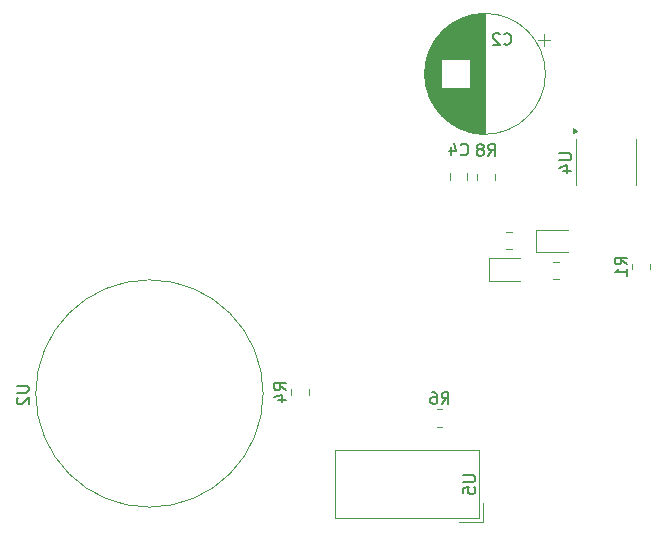
<source format=gbr>
%TF.GenerationSoftware,KiCad,Pcbnew,9.0.2*%
%TF.CreationDate,2025-07-16T17:06:44+05:30*%
%TF.ProjectId,CanSat,43616e53-6174-42e6-9b69-6361645f7063,rev?*%
%TF.SameCoordinates,Original*%
%TF.FileFunction,Legend,Bot*%
%TF.FilePolarity,Positive*%
%FSLAX46Y46*%
G04 Gerber Fmt 4.6, Leading zero omitted, Abs format (unit mm)*
G04 Created by KiCad (PCBNEW 9.0.2) date 2025-07-16 17:06:44*
%MOMM*%
%LPD*%
G01*
G04 APERTURE LIST*
%ADD10C,0.150000*%
%ADD11C,0.120000*%
G04 APERTURE END LIST*
D10*
X125759819Y-97963095D02*
X126569342Y-97963095D01*
X126569342Y-97963095D02*
X126664580Y-98010714D01*
X126664580Y-98010714D02*
X126712200Y-98058333D01*
X126712200Y-98058333D02*
X126759819Y-98153571D01*
X126759819Y-98153571D02*
X126759819Y-98344047D01*
X126759819Y-98344047D02*
X126712200Y-98439285D01*
X126712200Y-98439285D02*
X126664580Y-98486904D01*
X126664580Y-98486904D02*
X126569342Y-98534523D01*
X126569342Y-98534523D02*
X125759819Y-98534523D01*
X125855057Y-98963095D02*
X125807438Y-99010714D01*
X125807438Y-99010714D02*
X125759819Y-99105952D01*
X125759819Y-99105952D02*
X125759819Y-99344047D01*
X125759819Y-99344047D02*
X125807438Y-99439285D01*
X125807438Y-99439285D02*
X125855057Y-99486904D01*
X125855057Y-99486904D02*
X125950295Y-99534523D01*
X125950295Y-99534523D02*
X126045533Y-99534523D01*
X126045533Y-99534523D02*
X126188390Y-99486904D01*
X126188390Y-99486904D02*
X126759819Y-98915476D01*
X126759819Y-98915476D02*
X126759819Y-99534523D01*
X163567319Y-105535595D02*
X164376842Y-105535595D01*
X164376842Y-105535595D02*
X164472080Y-105583214D01*
X164472080Y-105583214D02*
X164519700Y-105630833D01*
X164519700Y-105630833D02*
X164567319Y-105726071D01*
X164567319Y-105726071D02*
X164567319Y-105916547D01*
X164567319Y-105916547D02*
X164519700Y-106011785D01*
X164519700Y-106011785D02*
X164472080Y-106059404D01*
X164472080Y-106059404D02*
X164376842Y-106107023D01*
X164376842Y-106107023D02*
X163567319Y-106107023D01*
X163567319Y-107059404D02*
X163567319Y-106583214D01*
X163567319Y-106583214D02*
X164043509Y-106535595D01*
X164043509Y-106535595D02*
X163995890Y-106583214D01*
X163995890Y-106583214D02*
X163948271Y-106678452D01*
X163948271Y-106678452D02*
X163948271Y-106916547D01*
X163948271Y-106916547D02*
X163995890Y-107011785D01*
X163995890Y-107011785D02*
X164043509Y-107059404D01*
X164043509Y-107059404D02*
X164138747Y-107107023D01*
X164138747Y-107107023D02*
X164376842Y-107107023D01*
X164376842Y-107107023D02*
X164472080Y-107059404D01*
X164472080Y-107059404D02*
X164519700Y-107011785D01*
X164519700Y-107011785D02*
X164567319Y-106916547D01*
X164567319Y-106916547D02*
X164567319Y-106678452D01*
X164567319Y-106678452D02*
X164519700Y-106583214D01*
X164519700Y-106583214D02*
X164472080Y-106535595D01*
X165666666Y-78492319D02*
X165999999Y-78016128D01*
X166238094Y-78492319D02*
X166238094Y-77492319D01*
X166238094Y-77492319D02*
X165857142Y-77492319D01*
X165857142Y-77492319D02*
X165761904Y-77539938D01*
X165761904Y-77539938D02*
X165714285Y-77587557D01*
X165714285Y-77587557D02*
X165666666Y-77682795D01*
X165666666Y-77682795D02*
X165666666Y-77825652D01*
X165666666Y-77825652D02*
X165714285Y-77920890D01*
X165714285Y-77920890D02*
X165761904Y-77968509D01*
X165761904Y-77968509D02*
X165857142Y-78016128D01*
X165857142Y-78016128D02*
X166238094Y-78016128D01*
X165095237Y-77920890D02*
X165190475Y-77873271D01*
X165190475Y-77873271D02*
X165238094Y-77825652D01*
X165238094Y-77825652D02*
X165285713Y-77730414D01*
X165285713Y-77730414D02*
X165285713Y-77682795D01*
X165285713Y-77682795D02*
X165238094Y-77587557D01*
X165238094Y-77587557D02*
X165190475Y-77539938D01*
X165190475Y-77539938D02*
X165095237Y-77492319D01*
X165095237Y-77492319D02*
X164904761Y-77492319D01*
X164904761Y-77492319D02*
X164809523Y-77539938D01*
X164809523Y-77539938D02*
X164761904Y-77587557D01*
X164761904Y-77587557D02*
X164714285Y-77682795D01*
X164714285Y-77682795D02*
X164714285Y-77730414D01*
X164714285Y-77730414D02*
X164761904Y-77825652D01*
X164761904Y-77825652D02*
X164809523Y-77873271D01*
X164809523Y-77873271D02*
X164904761Y-77920890D01*
X164904761Y-77920890D02*
X165095237Y-77920890D01*
X165095237Y-77920890D02*
X165190475Y-77968509D01*
X165190475Y-77968509D02*
X165238094Y-78016128D01*
X165238094Y-78016128D02*
X165285713Y-78111366D01*
X165285713Y-78111366D02*
X165285713Y-78301842D01*
X165285713Y-78301842D02*
X165238094Y-78397080D01*
X165238094Y-78397080D02*
X165190475Y-78444700D01*
X165190475Y-78444700D02*
X165095237Y-78492319D01*
X165095237Y-78492319D02*
X164904761Y-78492319D01*
X164904761Y-78492319D02*
X164809523Y-78444700D01*
X164809523Y-78444700D02*
X164761904Y-78397080D01*
X164761904Y-78397080D02*
X164714285Y-78301842D01*
X164714285Y-78301842D02*
X164714285Y-78111366D01*
X164714285Y-78111366D02*
X164761904Y-78016128D01*
X164761904Y-78016128D02*
X164809523Y-77968509D01*
X164809523Y-77968509D02*
X164904761Y-77920890D01*
X167016666Y-69009580D02*
X167064285Y-69057200D01*
X167064285Y-69057200D02*
X167207142Y-69104819D01*
X167207142Y-69104819D02*
X167302380Y-69104819D01*
X167302380Y-69104819D02*
X167445237Y-69057200D01*
X167445237Y-69057200D02*
X167540475Y-68961961D01*
X167540475Y-68961961D02*
X167588094Y-68866723D01*
X167588094Y-68866723D02*
X167635713Y-68676247D01*
X167635713Y-68676247D02*
X167635713Y-68533390D01*
X167635713Y-68533390D02*
X167588094Y-68342914D01*
X167588094Y-68342914D02*
X167540475Y-68247676D01*
X167540475Y-68247676D02*
X167445237Y-68152438D01*
X167445237Y-68152438D02*
X167302380Y-68104819D01*
X167302380Y-68104819D02*
X167207142Y-68104819D01*
X167207142Y-68104819D02*
X167064285Y-68152438D01*
X167064285Y-68152438D02*
X167016666Y-68200057D01*
X166635713Y-68200057D02*
X166588094Y-68152438D01*
X166588094Y-68152438D02*
X166492856Y-68104819D01*
X166492856Y-68104819D02*
X166254761Y-68104819D01*
X166254761Y-68104819D02*
X166159523Y-68152438D01*
X166159523Y-68152438D02*
X166111904Y-68200057D01*
X166111904Y-68200057D02*
X166064285Y-68295295D01*
X166064285Y-68295295D02*
X166064285Y-68390533D01*
X166064285Y-68390533D02*
X166111904Y-68533390D01*
X166111904Y-68533390D02*
X166683332Y-69104819D01*
X166683332Y-69104819D02*
X166064285Y-69104819D01*
X171704819Y-78288095D02*
X172514342Y-78288095D01*
X172514342Y-78288095D02*
X172609580Y-78335714D01*
X172609580Y-78335714D02*
X172657200Y-78383333D01*
X172657200Y-78383333D02*
X172704819Y-78478571D01*
X172704819Y-78478571D02*
X172704819Y-78669047D01*
X172704819Y-78669047D02*
X172657200Y-78764285D01*
X172657200Y-78764285D02*
X172609580Y-78811904D01*
X172609580Y-78811904D02*
X172514342Y-78859523D01*
X172514342Y-78859523D02*
X171704819Y-78859523D01*
X172038152Y-79764285D02*
X172704819Y-79764285D01*
X171657200Y-79526190D02*
X172371485Y-79288095D01*
X172371485Y-79288095D02*
X172371485Y-79907142D01*
X161739166Y-99502319D02*
X162072499Y-99026128D01*
X162310594Y-99502319D02*
X162310594Y-98502319D01*
X162310594Y-98502319D02*
X161929642Y-98502319D01*
X161929642Y-98502319D02*
X161834404Y-98549938D01*
X161834404Y-98549938D02*
X161786785Y-98597557D01*
X161786785Y-98597557D02*
X161739166Y-98692795D01*
X161739166Y-98692795D02*
X161739166Y-98835652D01*
X161739166Y-98835652D02*
X161786785Y-98930890D01*
X161786785Y-98930890D02*
X161834404Y-98978509D01*
X161834404Y-98978509D02*
X161929642Y-99026128D01*
X161929642Y-99026128D02*
X162310594Y-99026128D01*
X160882023Y-98502319D02*
X161072499Y-98502319D01*
X161072499Y-98502319D02*
X161167737Y-98549938D01*
X161167737Y-98549938D02*
X161215356Y-98597557D01*
X161215356Y-98597557D02*
X161310594Y-98740414D01*
X161310594Y-98740414D02*
X161358213Y-98930890D01*
X161358213Y-98930890D02*
X161358213Y-99311842D01*
X161358213Y-99311842D02*
X161310594Y-99407080D01*
X161310594Y-99407080D02*
X161262975Y-99454700D01*
X161262975Y-99454700D02*
X161167737Y-99502319D01*
X161167737Y-99502319D02*
X160977261Y-99502319D01*
X160977261Y-99502319D02*
X160882023Y-99454700D01*
X160882023Y-99454700D02*
X160834404Y-99407080D01*
X160834404Y-99407080D02*
X160786785Y-99311842D01*
X160786785Y-99311842D02*
X160786785Y-99073747D01*
X160786785Y-99073747D02*
X160834404Y-98978509D01*
X160834404Y-98978509D02*
X160882023Y-98930890D01*
X160882023Y-98930890D02*
X160977261Y-98883271D01*
X160977261Y-98883271D02*
X161167737Y-98883271D01*
X161167737Y-98883271D02*
X161262975Y-98930890D01*
X161262975Y-98930890D02*
X161310594Y-98978509D01*
X161310594Y-98978509D02*
X161358213Y-99073747D01*
X148554819Y-98333333D02*
X148078628Y-98000000D01*
X148554819Y-97761905D02*
X147554819Y-97761905D01*
X147554819Y-97761905D02*
X147554819Y-98142857D01*
X147554819Y-98142857D02*
X147602438Y-98238095D01*
X147602438Y-98238095D02*
X147650057Y-98285714D01*
X147650057Y-98285714D02*
X147745295Y-98333333D01*
X147745295Y-98333333D02*
X147888152Y-98333333D01*
X147888152Y-98333333D02*
X147983390Y-98285714D01*
X147983390Y-98285714D02*
X148031009Y-98238095D01*
X148031009Y-98238095D02*
X148078628Y-98142857D01*
X148078628Y-98142857D02*
X148078628Y-97761905D01*
X147888152Y-99190476D02*
X148554819Y-99190476D01*
X147507200Y-98952381D02*
X148221485Y-98714286D01*
X148221485Y-98714286D02*
X148221485Y-99333333D01*
X177404819Y-87683333D02*
X176928628Y-87350000D01*
X177404819Y-87111905D02*
X176404819Y-87111905D01*
X176404819Y-87111905D02*
X176404819Y-87492857D01*
X176404819Y-87492857D02*
X176452438Y-87588095D01*
X176452438Y-87588095D02*
X176500057Y-87635714D01*
X176500057Y-87635714D02*
X176595295Y-87683333D01*
X176595295Y-87683333D02*
X176738152Y-87683333D01*
X176738152Y-87683333D02*
X176833390Y-87635714D01*
X176833390Y-87635714D02*
X176881009Y-87588095D01*
X176881009Y-87588095D02*
X176928628Y-87492857D01*
X176928628Y-87492857D02*
X176928628Y-87111905D01*
X177404819Y-88635714D02*
X177404819Y-88064286D01*
X177404819Y-88350000D02*
X176404819Y-88350000D01*
X176404819Y-88350000D02*
X176547676Y-88254762D01*
X176547676Y-88254762D02*
X176642914Y-88159524D01*
X176642914Y-88159524D02*
X176690533Y-88064286D01*
X163366666Y-78359580D02*
X163414285Y-78407200D01*
X163414285Y-78407200D02*
X163557142Y-78454819D01*
X163557142Y-78454819D02*
X163652380Y-78454819D01*
X163652380Y-78454819D02*
X163795237Y-78407200D01*
X163795237Y-78407200D02*
X163890475Y-78311961D01*
X163890475Y-78311961D02*
X163938094Y-78216723D01*
X163938094Y-78216723D02*
X163985713Y-78026247D01*
X163985713Y-78026247D02*
X163985713Y-77883390D01*
X163985713Y-77883390D02*
X163938094Y-77692914D01*
X163938094Y-77692914D02*
X163890475Y-77597676D01*
X163890475Y-77597676D02*
X163795237Y-77502438D01*
X163795237Y-77502438D02*
X163652380Y-77454819D01*
X163652380Y-77454819D02*
X163557142Y-77454819D01*
X163557142Y-77454819D02*
X163414285Y-77502438D01*
X163414285Y-77502438D02*
X163366666Y-77550057D01*
X162509523Y-77788152D02*
X162509523Y-78454819D01*
X162747618Y-77407200D02*
X162985713Y-78121485D01*
X162985713Y-78121485D02*
X162366666Y-78121485D01*
D11*
%TO.C,D2*%
X165715000Y-87140000D02*
X168400000Y-87140000D01*
X165715000Y-89060000D02*
X165715000Y-87140000D01*
X168400000Y-89060000D02*
X165715000Y-89060000D01*
%TO.C,U2*%
X146620000Y-98615000D02*
G75*
G02*
X127370000Y-98615000I-9625000J0D01*
G01*
X127370000Y-98615000D02*
G75*
G02*
X146620000Y-98615000I9625000J0D01*
G01*
%TO.C,R2*%
X167222936Y-84915000D02*
X167677064Y-84915000D01*
X167222936Y-86385000D02*
X167677064Y-86385000D01*
%TO.C,U5*%
X152672500Y-103417500D02*
X152672500Y-109177500D01*
X152672500Y-109177500D02*
X164922500Y-109177500D01*
X164932500Y-103417500D02*
X152672500Y-103417500D01*
X164932500Y-109167500D02*
X164932500Y-103427500D01*
X165212500Y-109457500D02*
X163212500Y-109457500D01*
X165212500Y-109457500D02*
X165212500Y-107847500D01*
%TO.C,D1*%
X169765000Y-84740000D02*
X172450000Y-84740000D01*
X169765000Y-86660000D02*
X169765000Y-84740000D01*
X172450000Y-86660000D02*
X169765000Y-86660000D01*
%TO.C,R8*%
X164765000Y-80527064D02*
X164765000Y-80072936D01*
X166235000Y-80527064D02*
X166235000Y-80072936D01*
%TO.C,C2*%
X160320000Y-70951000D02*
X160320000Y-72149000D01*
X160360000Y-70688000D02*
X160360000Y-72412000D01*
X160400000Y-70488000D02*
X160400000Y-72612000D01*
X160440000Y-70320000D02*
X160440000Y-72780000D01*
X160480000Y-70173000D02*
X160480000Y-72927000D01*
X160520000Y-70041000D02*
X160520000Y-73059000D01*
X160560000Y-69920000D02*
X160560000Y-73180000D01*
X160600000Y-69808000D02*
X160600000Y-73292000D01*
X160640000Y-69704000D02*
X160640000Y-73396000D01*
X160680000Y-69606000D02*
X160680000Y-73494000D01*
X160720000Y-69513000D02*
X160720000Y-73587000D01*
X160760000Y-69426000D02*
X160760000Y-73674000D01*
X160800000Y-69342000D02*
X160800000Y-73758000D01*
X160840000Y-69262000D02*
X160840000Y-73838000D01*
X160880000Y-69185000D02*
X160880000Y-73915000D01*
X160920000Y-69111000D02*
X160920000Y-73989000D01*
X160960000Y-69040000D02*
X160960000Y-74060000D01*
X161000000Y-68972000D02*
X161000000Y-74128000D01*
X161040000Y-68906000D02*
X161040000Y-74194000D01*
X161080000Y-68842000D02*
X161080000Y-74258000D01*
X161120000Y-68780000D02*
X161120000Y-74320000D01*
X161160000Y-68720000D02*
X161160000Y-74380000D01*
X161200000Y-68662000D02*
X161200000Y-74438000D01*
X161240000Y-68605000D02*
X161240000Y-74495000D01*
X161280000Y-68550000D02*
X161280000Y-74550000D01*
X161320000Y-68497000D02*
X161320000Y-74603000D01*
X161360000Y-68445000D02*
X161360000Y-74655000D01*
X161400000Y-68394000D02*
X161400000Y-74706000D01*
X161440000Y-68345000D02*
X161440000Y-74755000D01*
X161480000Y-68296000D02*
X161480000Y-74804000D01*
X161520000Y-68249000D02*
X161520000Y-74851000D01*
X161560000Y-68203000D02*
X161560000Y-74897000D01*
X161600000Y-68159000D02*
X161600000Y-74941000D01*
X161640000Y-68115000D02*
X161640000Y-74985000D01*
X161680000Y-68072000D02*
X161680000Y-70310000D01*
X161680000Y-72790000D02*
X161680000Y-75028000D01*
X161720000Y-68030000D02*
X161720000Y-70310000D01*
X161720000Y-72790000D02*
X161720000Y-75070000D01*
X161760000Y-67989000D02*
X161760000Y-70310000D01*
X161760000Y-72790000D02*
X161760000Y-75111000D01*
X161800000Y-67949000D02*
X161800000Y-70310000D01*
X161800000Y-72790000D02*
X161800000Y-75151000D01*
X161840000Y-67910000D02*
X161840000Y-70310000D01*
X161840000Y-72790000D02*
X161840000Y-75190000D01*
X161880000Y-67872000D02*
X161880000Y-70310000D01*
X161880000Y-72790000D02*
X161880000Y-75228000D01*
X161920000Y-67834000D02*
X161920000Y-70310000D01*
X161920000Y-72790000D02*
X161920000Y-75266000D01*
X161960000Y-67798000D02*
X161960000Y-70310000D01*
X161960000Y-72790000D02*
X161960000Y-75302000D01*
X162000000Y-67762000D02*
X162000000Y-70310000D01*
X162000000Y-72790000D02*
X162000000Y-75338000D01*
X162040000Y-67727000D02*
X162040000Y-70310000D01*
X162040000Y-72790000D02*
X162040000Y-75373000D01*
X162080000Y-67692000D02*
X162080000Y-70310000D01*
X162080000Y-72790000D02*
X162080000Y-75408000D01*
X162120000Y-67659000D02*
X162120000Y-70310000D01*
X162120000Y-72790000D02*
X162120000Y-75441000D01*
X162160000Y-67626000D02*
X162160000Y-70310000D01*
X162160000Y-72790000D02*
X162160000Y-75474000D01*
X162200000Y-67593000D02*
X162200000Y-70310000D01*
X162200000Y-72790000D02*
X162200000Y-75507000D01*
X162240000Y-67562000D02*
X162240000Y-70310000D01*
X162240000Y-72790000D02*
X162240000Y-75538000D01*
X162280000Y-67530000D02*
X162280000Y-70310000D01*
X162280000Y-72790000D02*
X162280000Y-75570000D01*
X162320000Y-67500000D02*
X162320000Y-70310000D01*
X162320000Y-72790000D02*
X162320000Y-75600000D01*
X162360000Y-67470000D02*
X162360000Y-70310000D01*
X162360000Y-72790000D02*
X162360000Y-75630000D01*
X162400000Y-67441000D02*
X162400000Y-70310000D01*
X162400000Y-72790000D02*
X162400000Y-75659000D01*
X162440000Y-67412000D02*
X162440000Y-70310000D01*
X162440000Y-72790000D02*
X162440000Y-75688000D01*
X162480000Y-67384000D02*
X162480000Y-70310000D01*
X162480000Y-72790000D02*
X162480000Y-75716000D01*
X162520000Y-67357000D02*
X162520000Y-70310000D01*
X162520000Y-72790000D02*
X162520000Y-75743000D01*
X162560000Y-67330000D02*
X162560000Y-70310000D01*
X162560000Y-72790000D02*
X162560000Y-75770000D01*
X162600000Y-67303000D02*
X162600000Y-70310000D01*
X162600000Y-72790000D02*
X162600000Y-75797000D01*
X162640000Y-67278000D02*
X162640000Y-70310000D01*
X162640000Y-72790000D02*
X162640000Y-75822000D01*
X162680000Y-67252000D02*
X162680000Y-70310000D01*
X162680000Y-72790000D02*
X162680000Y-75848000D01*
X162720000Y-67227000D02*
X162720000Y-70310000D01*
X162720000Y-72790000D02*
X162720000Y-75873000D01*
X162760000Y-67203000D02*
X162760000Y-70310000D01*
X162760000Y-72790000D02*
X162760000Y-75897000D01*
X162800000Y-67179000D02*
X162800000Y-70310000D01*
X162800000Y-72790000D02*
X162800000Y-75921000D01*
X162840000Y-67156000D02*
X162840000Y-70310000D01*
X162840000Y-72790000D02*
X162840000Y-75944000D01*
X162880000Y-67133000D02*
X162880000Y-70310000D01*
X162880000Y-72790000D02*
X162880000Y-75967000D01*
X162920000Y-67111000D02*
X162920000Y-70310000D01*
X162920000Y-72790000D02*
X162920000Y-75989000D01*
X162960000Y-67089000D02*
X162960000Y-70310000D01*
X162960000Y-72790000D02*
X162960000Y-76011000D01*
X163000000Y-67067000D02*
X163000000Y-70310000D01*
X163000000Y-72790000D02*
X163000000Y-76033000D01*
X163040000Y-67046000D02*
X163040000Y-70310000D01*
X163040000Y-72790000D02*
X163040000Y-76054000D01*
X163080000Y-67026000D02*
X163080000Y-70310000D01*
X163080000Y-72790000D02*
X163080000Y-76074000D01*
X163120000Y-67006000D02*
X163120000Y-70310000D01*
X163120000Y-72790000D02*
X163120000Y-76094000D01*
X163160000Y-66986000D02*
X163160000Y-70310000D01*
X163160000Y-72790000D02*
X163160000Y-76114000D01*
X163200000Y-66967000D02*
X163200000Y-70310000D01*
X163200000Y-72790000D02*
X163200000Y-76133000D01*
X163240000Y-66948000D02*
X163240000Y-70310000D01*
X163240000Y-72790000D02*
X163240000Y-76152000D01*
X163280000Y-66930000D02*
X163280000Y-70310000D01*
X163280000Y-72790000D02*
X163280000Y-76170000D01*
X163320000Y-66912000D02*
X163320000Y-70310000D01*
X163320000Y-72790000D02*
X163320000Y-76188000D01*
X163360000Y-66894000D02*
X163360000Y-70310000D01*
X163360000Y-72790000D02*
X163360000Y-76206000D01*
X163400000Y-66877000D02*
X163400000Y-70310000D01*
X163400000Y-72790000D02*
X163400000Y-76223000D01*
X163440000Y-66860000D02*
X163440000Y-70310000D01*
X163440000Y-72790000D02*
X163440000Y-76240000D01*
X163480000Y-66844000D02*
X163480000Y-70310000D01*
X163480000Y-72790000D02*
X163480000Y-76256000D01*
X163520000Y-66828000D02*
X163520000Y-70310000D01*
X163520000Y-72790000D02*
X163520000Y-76272000D01*
X163560000Y-66812000D02*
X163560000Y-70310000D01*
X163560000Y-72790000D02*
X163560000Y-76288000D01*
X163600000Y-66797000D02*
X163600000Y-70310000D01*
X163600000Y-72790000D02*
X163600000Y-76303000D01*
X163640000Y-66782000D02*
X163640000Y-70310000D01*
X163640000Y-72790000D02*
X163640000Y-76318000D01*
X163680000Y-66768000D02*
X163680000Y-70310000D01*
X163680000Y-72790000D02*
X163680000Y-76332000D01*
X163720000Y-66753000D02*
X163720000Y-70310000D01*
X163720000Y-72790000D02*
X163720000Y-76347000D01*
X163760000Y-66740000D02*
X163760000Y-70310000D01*
X163760000Y-72790000D02*
X163760000Y-76360000D01*
X163800000Y-66726000D02*
X163800000Y-70310000D01*
X163800000Y-72790000D02*
X163800000Y-76374000D01*
X163840000Y-66713000D02*
X163840000Y-70310000D01*
X163840000Y-72790000D02*
X163840000Y-76387000D01*
X163880000Y-66701000D02*
X163880000Y-70310000D01*
X163880000Y-72790000D02*
X163880000Y-76399000D01*
X163920000Y-66689000D02*
X163920000Y-70310000D01*
X163920000Y-72790000D02*
X163920000Y-76411000D01*
X163960000Y-66677000D02*
X163960000Y-70310000D01*
X163960000Y-72790000D02*
X163960000Y-76423000D01*
X164000000Y-66665000D02*
X164000000Y-70310000D01*
X164000000Y-72790000D02*
X164000000Y-76435000D01*
X164040000Y-66654000D02*
X164040000Y-70310000D01*
X164040000Y-72790000D02*
X164040000Y-76446000D01*
X164080000Y-66643000D02*
X164080000Y-70310000D01*
X164080000Y-72790000D02*
X164080000Y-76457000D01*
X164120000Y-66633000D02*
X164120000Y-70310000D01*
X164120000Y-72790000D02*
X164120000Y-76467000D01*
X164160000Y-66622000D02*
X164160000Y-76478000D01*
X164200000Y-66613000D02*
X164200000Y-76487000D01*
X164240000Y-66603000D02*
X164240000Y-76497000D01*
X164280000Y-66594000D02*
X164280000Y-76506000D01*
X164320000Y-66585000D02*
X164320000Y-76515000D01*
X164360000Y-66577000D02*
X164360000Y-76523000D01*
X164400000Y-66569000D02*
X164400000Y-76531000D01*
X164440000Y-66561000D02*
X164440000Y-76539000D01*
X164480000Y-66553000D02*
X164480000Y-76547000D01*
X164520000Y-66546000D02*
X164520000Y-76554000D01*
X164560000Y-66539000D02*
X164560000Y-76561000D01*
X164600000Y-66533000D02*
X164600000Y-76567000D01*
X164640000Y-66527000D02*
X164640000Y-76573000D01*
X164680000Y-66521000D02*
X164680000Y-76579000D01*
X164720000Y-66515000D02*
X164720000Y-76585000D01*
X164760000Y-66510000D02*
X164760000Y-76590000D01*
X164800000Y-66505000D02*
X164800000Y-76595000D01*
X164840000Y-66501000D02*
X164840000Y-76599000D01*
X164880000Y-66496000D02*
X164880000Y-76604000D01*
X164920000Y-66493000D02*
X164920000Y-76607000D01*
X164960000Y-66489000D02*
X164960000Y-76611000D01*
X165000000Y-66486000D02*
X165000000Y-76614000D01*
X165040000Y-66483000D02*
X165040000Y-76617000D01*
X165080000Y-66480000D02*
X165080000Y-76620000D01*
X165120000Y-66478000D02*
X165120000Y-76622000D01*
X165160000Y-66476000D02*
X165160000Y-76624000D01*
X165200000Y-66474000D02*
X165200000Y-76626000D01*
X165240000Y-66473000D02*
X165240000Y-76627000D01*
X165280000Y-66471000D02*
X165280000Y-76629000D01*
X165320000Y-66471000D02*
X165320000Y-76629000D01*
X165360000Y-66470000D02*
X165360000Y-76630000D01*
X165400000Y-66470000D02*
X165400000Y-76630000D01*
X170379646Y-68175000D02*
X170379646Y-69175000D01*
X170879646Y-68675000D02*
X169879646Y-68675000D01*
X170520000Y-71550000D02*
G75*
G02*
X160280000Y-71550000I-5120000J0D01*
G01*
X160280000Y-71550000D02*
G75*
G02*
X170520000Y-71550000I5120000J0D01*
G01*
%TO.C,C1*%
X171711252Y-87465000D02*
X171188748Y-87465000D01*
X171711252Y-88935000D02*
X171188748Y-88935000D01*
%TO.C,U4*%
X173090000Y-79050000D02*
X173090000Y-77100000D01*
X173090000Y-79050000D02*
X173090000Y-81000000D01*
X178210000Y-79050000D02*
X178210000Y-77100000D01*
X178210000Y-79050000D02*
X178210000Y-81000000D01*
X173185000Y-76350000D02*
X172855000Y-76590000D01*
X172855000Y-76110000D01*
X173185000Y-76350000D01*
G36*
X173185000Y-76350000D02*
G01*
X172855000Y-76590000D01*
X172855000Y-76110000D01*
X173185000Y-76350000D01*
G37*
%TO.C,R6*%
X161799564Y-99962500D02*
X161345436Y-99962500D01*
X161799564Y-101432500D02*
X161345436Y-101432500D01*
%TO.C,R4*%
X149015000Y-98272936D02*
X149015000Y-98727064D01*
X150485000Y-98272936D02*
X150485000Y-98727064D01*
%TO.C,R1*%
X177865000Y-87622936D02*
X177865000Y-88077064D01*
X179335000Y-87622936D02*
X179335000Y-88077064D01*
%TO.C,C4*%
X162415000Y-80511252D02*
X162415000Y-79988748D01*
X163885000Y-80511252D02*
X163885000Y-79988748D01*
%TD*%
M02*

</source>
